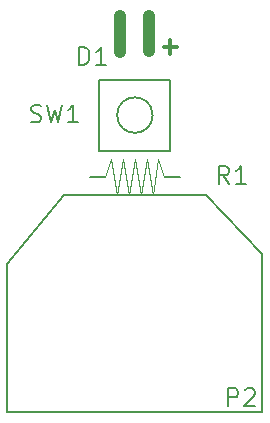
<source format=gbr>
G04 #@! TF.FileFunction,Legend,Top*
%FSLAX46Y46*%
G04 Gerber Fmt 4.6, Leading zero omitted, Abs format (unit mm)*
G04 Created by KiCad (PCBNEW 4.0.7) date 03/01/18 12:10:17*
%MOMM*%
%LPD*%
G01*
G04 APERTURE LIST*
%ADD10C,0.100000*%
%ADD11C,0.300000*%
%ADD12C,0.150000*%
%ADD13C,1.000000*%
%ADD14C,0.200000*%
G04 APERTURE END LIST*
D10*
D11*
X141028572Y-53707143D02*
X142171429Y-53707143D01*
X141600000Y-54278571D02*
X141600000Y-53135714D01*
D12*
X149399998Y-84600000D02*
X127799998Y-84600000D01*
X127799998Y-84600000D02*
X127799998Y-72100000D01*
X127799998Y-72100000D02*
X132599998Y-66200000D01*
X132599998Y-66200000D02*
X144599998Y-66200000D01*
X144599998Y-66200000D02*
X149399998Y-71200000D01*
X149399998Y-71200000D02*
X149399998Y-84600000D01*
D13*
X139799998Y-51050000D02*
X139799998Y-54000000D01*
X137299998Y-54100000D02*
X137299998Y-51050000D01*
D10*
X140599998Y-63200000D02*
X141099998Y-64700000D01*
X140099998Y-66200000D02*
X140599998Y-63200000D01*
X139599998Y-63200000D02*
X140099998Y-66200000D01*
X139099998Y-66200000D02*
X139599998Y-63200000D01*
X138599998Y-63200000D02*
X139099998Y-66200000D01*
X138099998Y-66200000D02*
X138599998Y-63200000D01*
X137599998Y-63200000D02*
X138099998Y-66200000D01*
X137099998Y-66200000D02*
X137599998Y-63200000D01*
X136599998Y-63200000D02*
X137099998Y-66200000D01*
X136099998Y-64700000D02*
X136599998Y-63200000D01*
D12*
X136059998Y-64700000D02*
X134789998Y-64700000D01*
X141139998Y-64700000D02*
X142409998Y-64700000D01*
X140099998Y-59460000D02*
G75*
G03X140099998Y-59460000I-1500000J0D01*
G01*
X141599998Y-62460000D02*
X135599998Y-62460000D01*
X135599998Y-62460000D02*
X135599998Y-56460000D01*
X135599998Y-56460000D02*
X141599998Y-56460000D01*
X141599998Y-62460000D02*
X141599998Y-56460000D01*
D14*
X146492858Y-84078571D02*
X146492858Y-82578571D01*
X147064286Y-82578571D01*
X147207144Y-82650000D01*
X147278572Y-82721429D01*
X147350001Y-82864286D01*
X147350001Y-83078571D01*
X147278572Y-83221429D01*
X147207144Y-83292857D01*
X147064286Y-83364286D01*
X146492858Y-83364286D01*
X147921429Y-82721429D02*
X147992858Y-82650000D01*
X148135715Y-82578571D01*
X148492858Y-82578571D01*
X148635715Y-82650000D01*
X148707144Y-82721429D01*
X148778572Y-82864286D01*
X148778572Y-83007143D01*
X148707144Y-83221429D01*
X147850001Y-84078571D01*
X148778572Y-84078571D01*
X133892858Y-55178571D02*
X133892858Y-53678571D01*
X134250001Y-53678571D01*
X134464286Y-53750000D01*
X134607144Y-53892857D01*
X134678572Y-54035714D01*
X134750001Y-54321429D01*
X134750001Y-54535714D01*
X134678572Y-54821429D01*
X134607144Y-54964286D01*
X134464286Y-55107143D01*
X134250001Y-55178571D01*
X133892858Y-55178571D01*
X136178572Y-55178571D02*
X135321429Y-55178571D01*
X135750001Y-55178571D02*
X135750001Y-53678571D01*
X135607144Y-53892857D01*
X135464286Y-54035714D01*
X135321429Y-54107143D01*
X146550001Y-65278571D02*
X146050001Y-64564286D01*
X145692858Y-65278571D02*
X145692858Y-63778571D01*
X146264286Y-63778571D01*
X146407144Y-63850000D01*
X146478572Y-63921429D01*
X146550001Y-64064286D01*
X146550001Y-64278571D01*
X146478572Y-64421429D01*
X146407144Y-64492857D01*
X146264286Y-64564286D01*
X145692858Y-64564286D01*
X147978572Y-65278571D02*
X147121429Y-65278571D01*
X147550001Y-65278571D02*
X147550001Y-63778571D01*
X147407144Y-63992857D01*
X147264286Y-64135714D01*
X147121429Y-64207143D01*
X129800000Y-60007143D02*
X130014286Y-60078571D01*
X130371429Y-60078571D01*
X130514286Y-60007143D01*
X130585715Y-59935714D01*
X130657143Y-59792857D01*
X130657143Y-59650000D01*
X130585715Y-59507143D01*
X130514286Y-59435714D01*
X130371429Y-59364286D01*
X130085715Y-59292857D01*
X129942857Y-59221429D01*
X129871429Y-59150000D01*
X129800000Y-59007143D01*
X129800000Y-58864286D01*
X129871429Y-58721429D01*
X129942857Y-58650000D01*
X130085715Y-58578571D01*
X130442857Y-58578571D01*
X130657143Y-58650000D01*
X131157143Y-58578571D02*
X131514286Y-60078571D01*
X131800000Y-59007143D01*
X132085714Y-60078571D01*
X132442857Y-58578571D01*
X133800000Y-60078571D02*
X132942857Y-60078571D01*
X133371429Y-60078571D02*
X133371429Y-58578571D01*
X133228572Y-58792857D01*
X133085714Y-58935714D01*
X132942857Y-59007143D01*
M02*

</source>
